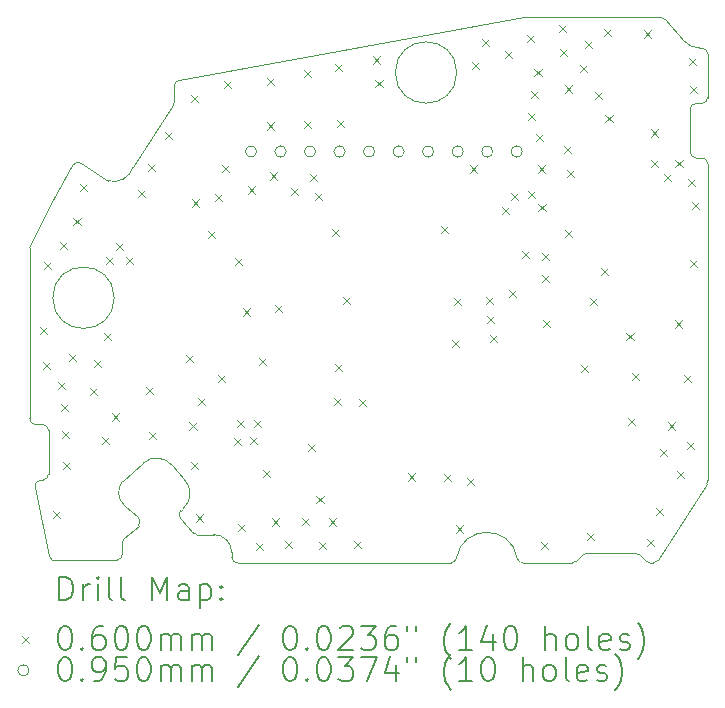
<source format=gbr>
%FSLAX45Y45*%
G04 Gerber Fmt 4.5, Leading zero omitted, Abs format (unit mm)*
G04 Created by KiCad (PCBNEW (6.0.6)) date 2023-05-08 04:55:53*
%MOMM*%
%LPD*%
G01*
G04 APERTURE LIST*
%TA.AperFunction,Profile*%
%ADD10C,0.100000*%
%TD*%
%ADD11C,0.200000*%
%ADD12C,0.060000*%
%ADD13C,0.095000*%
G04 APERTURE END LIST*
D10*
X13070861Y-11517400D02*
X13048261Y-11537100D01*
X12734378Y-11130580D02*
X12560778Y-11281480D01*
X17025691Y-11976646D02*
X17050191Y-11976646D01*
X17153052Y-7375216D02*
X17313769Y-7558766D01*
X17092250Y-11953684D02*
X17503952Y-11306499D01*
X13150313Y-11719923D02*
G75*
G03*
X13188317Y-11737082I37917J33313D01*
G01*
X12486759Y-9732164D02*
G75*
G03*
X12486759Y-9732164I-260000J0D01*
G01*
X11935249Y-11916420D02*
G75*
G03*
X11958759Y-11948963I49091J10701D01*
G01*
X15950870Y-11976646D02*
X16364270Y-11976646D01*
X16939636Y-11911301D02*
X16990336Y-11962001D01*
X13070856Y-11517394D02*
G75*
G03*
X13079196Y-11268221I-111396J128454D01*
G01*
X12135224Y-8612044D02*
G75*
G03*
X11771050Y-9310321I7814486J-4519616D01*
G01*
X12995467Y-8071761D02*
X12995467Y-7940761D01*
X13048258Y-11537097D02*
G75*
G03*
X13052916Y-11607921I37742J-33083D01*
G01*
X13480918Y-11887082D02*
G75*
G03*
X13330917Y-11737082I-149998J2D01*
G01*
X17462052Y-8087222D02*
G75*
G03*
X17512052Y-8037216I-2J50002D01*
G01*
X11881052Y-11275222D02*
G75*
G03*
X11931052Y-11225216I-2J50002D01*
G01*
X17153054Y-7375214D02*
G75*
G03*
X17115300Y-7358000I-37764J-32816D01*
G01*
X15954000Y-7358000D02*
X17115300Y-7358000D01*
X17512052Y-7667216D02*
X17512052Y-8037216D01*
X16485681Y-11896657D02*
X16904281Y-11896657D01*
X12207459Y-8592685D02*
G75*
G03*
X12135224Y-8612044I-27599J-41465D01*
G01*
X12987254Y-8099221D02*
G75*
G03*
X12995467Y-8071761I-41805J27461D01*
G01*
X12556759Y-11803463D02*
X12556759Y-11902163D01*
X13188317Y-11737082D02*
X13330917Y-11737082D01*
X17512054Y-7667216D02*
G75*
G03*
X17462052Y-7617216I-50004J-4D01*
G01*
X11865052Y-11275216D02*
X11881052Y-11275216D01*
X17412052Y-8547216D02*
X17462052Y-8547216D01*
X17050191Y-11976641D02*
G75*
G03*
X17092250Y-11953684I19J49971D01*
G01*
X17503953Y-11306500D02*
G75*
G03*
X17512052Y-11279216I-41863J27270D01*
G01*
X13150316Y-11719921D02*
X13052916Y-11607921D01*
X13480917Y-11927082D02*
X13480917Y-11887082D01*
X15386759Y-7825163D02*
G75*
G03*
X15386759Y-7825163I-260000J0D01*
G01*
X15898654Y-11937126D02*
G75*
G03*
X15384309Y-11935472I-257309J-41517D01*
G01*
X12560775Y-11281476D02*
G75*
G03*
X12575316Y-11492851I113145J-98404D01*
G01*
X13530917Y-11977082D02*
X15335017Y-11977082D01*
X13480918Y-11927082D02*
G75*
G03*
X13530917Y-11977082I50002J2D01*
G01*
X17512052Y-8597216D02*
X17512052Y-11279216D01*
X17462052Y-8087216D02*
X17412052Y-8087216D01*
X12573540Y-11766093D02*
G75*
G03*
X12556759Y-11803463I33190J-37357D01*
G01*
X12987252Y-8099219D02*
X12645252Y-8625820D01*
X11881052Y-10805216D02*
X11821050Y-10805021D01*
X13036900Y-7891500D02*
X15954000Y-7358000D01*
X12573541Y-11766093D02*
X12693241Y-11661993D01*
X16399625Y-11962001D02*
X16450325Y-11911301D01*
X16990336Y-11962001D02*
G75*
G03*
X17025691Y-11976646I35354J35351D01*
G01*
X12506759Y-11952159D02*
G75*
G03*
X12556759Y-11902163I1J49999D01*
G01*
X16939636Y-11911301D02*
G75*
G03*
X16904281Y-11896657I-35356J-35359D01*
G01*
X12974196Y-11147521D02*
X13079196Y-11268221D01*
X17362054Y-8497216D02*
G75*
G03*
X17412052Y-8547216I49996J-4D01*
G01*
X11958759Y-11948963D02*
X12070259Y-11952163D01*
X12575316Y-11492851D02*
X12688516Y-11591251D01*
X17442252Y-7617216D02*
X17462052Y-7617216D01*
X11931052Y-10855216D02*
X11931052Y-11225216D01*
X12693236Y-11661989D02*
G75*
G03*
X12688516Y-11591251I-37726J33009D01*
G01*
X17412052Y-8087222D02*
G75*
G03*
X17362052Y-8137216I-2J-49998D01*
G01*
X15335017Y-11977081D02*
G75*
G03*
X15384309Y-11935472I-18J50021D01*
G01*
X15898659Y-11937125D02*
G75*
G03*
X15950870Y-11976646I49121J10645D01*
G01*
X11931054Y-10855216D02*
G75*
G03*
X11881052Y-10805216I-50004J-4D01*
G01*
X12070259Y-11952163D02*
X12506759Y-11952163D01*
X16364270Y-11976647D02*
G75*
G03*
X16399625Y-11962001I0J49997D01*
G01*
X11865052Y-11275213D02*
G75*
G03*
X11816146Y-11335621I8J-50007D01*
G01*
X11771050Y-9310321D02*
X11771050Y-10755021D01*
X17362052Y-8137216D02*
X17362052Y-8497216D01*
X17313768Y-7558766D02*
G75*
G03*
X17442252Y-7617216I128222J111416D01*
G01*
X16485681Y-11896658D02*
G75*
G03*
X16450325Y-11911301I-1J-50002D01*
G01*
X12436456Y-8741390D02*
X12207456Y-8592690D01*
X12974200Y-11147518D02*
G75*
G03*
X12734378Y-11130580I-128380J-111442D01*
G01*
X17512054Y-8597216D02*
G75*
G03*
X17462052Y-8547216I-50004J-4D01*
G01*
X11771049Y-10755021D02*
G75*
G03*
X11821050Y-10805021I50001J1D01*
G01*
X13036901Y-7891508D02*
G75*
G03*
X12995467Y-7940761I8579J-49272D01*
G01*
X12436455Y-8741391D02*
G75*
G03*
X12645252Y-8625820I46615J162181D01*
G01*
X11816146Y-11335621D02*
X11935246Y-11916421D01*
D11*
D12*
X11858000Y-9976000D02*
X11918000Y-10036000D01*
X11918000Y-9976000D02*
X11858000Y-10036000D01*
X11882000Y-10276000D02*
X11942000Y-10336000D01*
X11942000Y-10276000D02*
X11882000Y-10336000D01*
X11890000Y-9429000D02*
X11950000Y-9489000D01*
X11950000Y-9429000D02*
X11890000Y-9489000D01*
X11969000Y-11537000D02*
X12029000Y-11597000D01*
X12029000Y-11537000D02*
X11969000Y-11597000D01*
X12012000Y-10446000D02*
X12072000Y-10506000D01*
X12072000Y-10446000D02*
X12012000Y-10506000D01*
X12027000Y-9259000D02*
X12087000Y-9319000D01*
X12087000Y-9259000D02*
X12027000Y-9319000D01*
X12038000Y-10632000D02*
X12098000Y-10692000D01*
X12098000Y-10632000D02*
X12038000Y-10692000D01*
X12041000Y-10863000D02*
X12101000Y-10923000D01*
X12101000Y-10863000D02*
X12041000Y-10923000D01*
X12054000Y-11126000D02*
X12114000Y-11186000D01*
X12114000Y-11126000D02*
X12054000Y-11186000D01*
X12105000Y-10210000D02*
X12165000Y-10270000D01*
X12165000Y-10210000D02*
X12105000Y-10270000D01*
X12142000Y-9057000D02*
X12202000Y-9117000D01*
X12202000Y-9057000D02*
X12142000Y-9117000D01*
X12200000Y-8771000D02*
X12260000Y-8831000D01*
X12260000Y-8771000D02*
X12200000Y-8831000D01*
X12282000Y-10494000D02*
X12342000Y-10554000D01*
X12342000Y-10494000D02*
X12282000Y-10554000D01*
X12312000Y-10260000D02*
X12372000Y-10320000D01*
X12372000Y-10260000D02*
X12312000Y-10320000D01*
X12381000Y-10911000D02*
X12441000Y-10971000D01*
X12441000Y-10911000D02*
X12381000Y-10971000D01*
X12397000Y-10032000D02*
X12457000Y-10092000D01*
X12457000Y-10032000D02*
X12397000Y-10092000D01*
X12419000Y-9388000D02*
X12479000Y-9448000D01*
X12479000Y-9388000D02*
X12419000Y-9448000D01*
X12467000Y-10712000D02*
X12527000Y-10772000D01*
X12527000Y-10712000D02*
X12467000Y-10772000D01*
X12498000Y-9269000D02*
X12558000Y-9329000D01*
X12558000Y-9269000D02*
X12498000Y-9329000D01*
X12583000Y-9388000D02*
X12643000Y-9448000D01*
X12643000Y-9388000D02*
X12583000Y-9448000D01*
X12691000Y-8817000D02*
X12751000Y-8877000D01*
X12751000Y-8817000D02*
X12691000Y-8877000D01*
X12754000Y-10489000D02*
X12814000Y-10549000D01*
X12814000Y-10489000D02*
X12754000Y-10549000D01*
X12771000Y-8597000D02*
X12831000Y-8657000D01*
X12831000Y-8597000D02*
X12771000Y-8657000D01*
X12779000Y-10871000D02*
X12839000Y-10931000D01*
X12839000Y-10871000D02*
X12779000Y-10931000D01*
X12919000Y-8326000D02*
X12979000Y-8386000D01*
X12979000Y-8326000D02*
X12919000Y-8386000D01*
X13091000Y-10216000D02*
X13151000Y-10276000D01*
X13151000Y-10216000D02*
X13091000Y-10276000D01*
X13124000Y-10788000D02*
X13184000Y-10848000D01*
X13184000Y-10788000D02*
X13124000Y-10848000D01*
X13139000Y-11119000D02*
X13199000Y-11179000D01*
X13199000Y-11119000D02*
X13139000Y-11179000D01*
X13140000Y-8015000D02*
X13200000Y-8075000D01*
X13200000Y-8015000D02*
X13140000Y-8075000D01*
X13143000Y-8900000D02*
X13203000Y-8960000D01*
X13203000Y-8900000D02*
X13143000Y-8960000D01*
X13181000Y-11567000D02*
X13241000Y-11627000D01*
X13241000Y-11567000D02*
X13181000Y-11627000D01*
X13193000Y-10578000D02*
X13253000Y-10638000D01*
X13253000Y-10578000D02*
X13193000Y-10638000D01*
X13278000Y-9169000D02*
X13338000Y-9229000D01*
X13338000Y-9169000D02*
X13278000Y-9229000D01*
X13338000Y-8856000D02*
X13398000Y-8916000D01*
X13398000Y-8856000D02*
X13338000Y-8916000D01*
X13366000Y-10388000D02*
X13426000Y-10448000D01*
X13426000Y-10388000D02*
X13366000Y-10448000D01*
X13396000Y-8604000D02*
X13456000Y-8664000D01*
X13456000Y-8604000D02*
X13396000Y-8664000D01*
X13416000Y-7900000D02*
X13476000Y-7960000D01*
X13476000Y-7900000D02*
X13416000Y-7960000D01*
X13497000Y-10919000D02*
X13557000Y-10979000D01*
X13557000Y-10919000D02*
X13497000Y-10979000D01*
X13507000Y-9396000D02*
X13567000Y-9456000D01*
X13567000Y-9396000D02*
X13507000Y-9456000D01*
X13525000Y-10766000D02*
X13585000Y-10826000D01*
X13585000Y-10766000D02*
X13525000Y-10826000D01*
X13533000Y-11646000D02*
X13593000Y-11706000D01*
X13593000Y-11646000D02*
X13533000Y-11706000D01*
X13573150Y-9822694D02*
X13633150Y-9882694D01*
X13633150Y-9822694D02*
X13573150Y-9882694D01*
X13617000Y-8790000D02*
X13677000Y-8850000D01*
X13677000Y-8790000D02*
X13617000Y-8850000D01*
X13639000Y-10911000D02*
X13699000Y-10971000D01*
X13699000Y-10911000D02*
X13639000Y-10971000D01*
X13671000Y-10767000D02*
X13731000Y-10827000D01*
X13731000Y-10767000D02*
X13671000Y-10827000D01*
X13689000Y-11810000D02*
X13749000Y-11870000D01*
X13749000Y-11810000D02*
X13689000Y-11870000D01*
X13714000Y-10242000D02*
X13774000Y-10302000D01*
X13774000Y-10242000D02*
X13714000Y-10302000D01*
X13745000Y-11190000D02*
X13805000Y-11250000D01*
X13805000Y-11190000D02*
X13745000Y-11250000D01*
X13777000Y-8248000D02*
X13837000Y-8308000D01*
X13837000Y-8248000D02*
X13777000Y-8308000D01*
X13779000Y-7872000D02*
X13839000Y-7932000D01*
X13839000Y-7872000D02*
X13779000Y-7932000D01*
X13808000Y-8671000D02*
X13868000Y-8731000D01*
X13868000Y-8671000D02*
X13808000Y-8731000D01*
X13825000Y-11601000D02*
X13885000Y-11661000D01*
X13885000Y-11601000D02*
X13825000Y-11661000D01*
X13845950Y-9795555D02*
X13905950Y-9855555D01*
X13905950Y-9795555D02*
X13845950Y-9855555D01*
X13936000Y-11794000D02*
X13996000Y-11854000D01*
X13996000Y-11794000D02*
X13936000Y-11854000D01*
X13981000Y-8805000D02*
X14041000Y-8865000D01*
X14041000Y-8805000D02*
X13981000Y-8865000D01*
X14077000Y-11598000D02*
X14137000Y-11658000D01*
X14137000Y-11598000D02*
X14077000Y-11658000D01*
X14093000Y-8238000D02*
X14153000Y-8298000D01*
X14153000Y-8238000D02*
X14093000Y-8298000D01*
X14097000Y-7804000D02*
X14157000Y-7864000D01*
X14157000Y-7804000D02*
X14097000Y-7864000D01*
X14131000Y-10972000D02*
X14191000Y-11032000D01*
X14191000Y-10972000D02*
X14131000Y-11032000D01*
X14144000Y-8682000D02*
X14204000Y-8742000D01*
X14204000Y-8682000D02*
X14144000Y-8742000D01*
X14188000Y-8841000D02*
X14248000Y-8901000D01*
X14248000Y-8841000D02*
X14188000Y-8901000D01*
X14199000Y-11412000D02*
X14259000Y-11472000D01*
X14259000Y-11412000D02*
X14199000Y-11472000D01*
X14220000Y-11797000D02*
X14280000Y-11857000D01*
X14280000Y-11797000D02*
X14220000Y-11857000D01*
X14308000Y-11601000D02*
X14368000Y-11661000D01*
X14368000Y-11601000D02*
X14308000Y-11661000D01*
X14328000Y-9151000D02*
X14388000Y-9211000D01*
X14388000Y-9151000D02*
X14328000Y-9211000D01*
X14344000Y-10584000D02*
X14404000Y-10644000D01*
X14404000Y-10584000D02*
X14344000Y-10644000D01*
X14356000Y-10293000D02*
X14416000Y-10353000D01*
X14416000Y-10293000D02*
X14356000Y-10353000D01*
X14357000Y-7751000D02*
X14417000Y-7811000D01*
X14417000Y-7751000D02*
X14357000Y-7811000D01*
X14374000Y-8227000D02*
X14434000Y-8287000D01*
X14434000Y-8227000D02*
X14374000Y-8287000D01*
X14424000Y-9727000D02*
X14484000Y-9787000D01*
X14484000Y-9727000D02*
X14424000Y-9787000D01*
X14520000Y-11794000D02*
X14580000Y-11854000D01*
X14580000Y-11794000D02*
X14520000Y-11854000D01*
X14563000Y-10591000D02*
X14623000Y-10651000D01*
X14623000Y-10591000D02*
X14563000Y-10651000D01*
X14675000Y-7689000D02*
X14735000Y-7749000D01*
X14735000Y-7689000D02*
X14675000Y-7749000D01*
X14699000Y-7888000D02*
X14759000Y-7948000D01*
X14759000Y-7888000D02*
X14699000Y-7948000D01*
X14973000Y-11220000D02*
X15033000Y-11280000D01*
X15033000Y-11220000D02*
X14973000Y-11280000D01*
X15253000Y-9125000D02*
X15313000Y-9185000D01*
X15313000Y-9125000D02*
X15253000Y-9185000D01*
X15277000Y-11226000D02*
X15337000Y-11286000D01*
X15337000Y-11226000D02*
X15277000Y-11286000D01*
X15345000Y-10089000D02*
X15405000Y-10149000D01*
X15405000Y-10089000D02*
X15345000Y-10149000D01*
X15360000Y-9737000D02*
X15420000Y-9797000D01*
X15420000Y-9737000D02*
X15360000Y-9797000D01*
X15381000Y-11660000D02*
X15441000Y-11720000D01*
X15441000Y-11660000D02*
X15381000Y-11720000D01*
X15477000Y-11259000D02*
X15537000Y-11319000D01*
X15537000Y-11259000D02*
X15477000Y-11319000D01*
X15499000Y-8612000D02*
X15559000Y-8672000D01*
X15559000Y-8612000D02*
X15499000Y-8672000D01*
X15515000Y-7736000D02*
X15575000Y-7796000D01*
X15575000Y-7736000D02*
X15515000Y-7796000D01*
X15599000Y-7544000D02*
X15659000Y-7604000D01*
X15659000Y-7544000D02*
X15599000Y-7604000D01*
X15632000Y-9726000D02*
X15692000Y-9786000D01*
X15692000Y-9726000D02*
X15632000Y-9786000D01*
X15641000Y-9890000D02*
X15701000Y-9950000D01*
X15701000Y-9890000D02*
X15641000Y-9950000D01*
X15666000Y-10046000D02*
X15726000Y-10106000D01*
X15726000Y-10046000D02*
X15666000Y-10106000D01*
X15769896Y-8965994D02*
X15829896Y-9025994D01*
X15829896Y-8965994D02*
X15769896Y-9025994D01*
X15794000Y-7640000D02*
X15854000Y-7700000D01*
X15854000Y-7640000D02*
X15794000Y-7700000D01*
X15832000Y-9663000D02*
X15892000Y-9723000D01*
X15892000Y-9663000D02*
X15832000Y-9723000D01*
X15844271Y-8846699D02*
X15904271Y-8906699D01*
X15904271Y-8846699D02*
X15844271Y-8906699D01*
X15941000Y-9335000D02*
X16001000Y-9395000D01*
X16001000Y-9335000D02*
X15941000Y-9395000D01*
X15985000Y-7509000D02*
X16045000Y-7569000D01*
X16045000Y-7509000D02*
X15985000Y-7569000D01*
X15987037Y-8829398D02*
X16047037Y-8889398D01*
X16047037Y-8829398D02*
X15987037Y-8889398D01*
X15989000Y-8168000D02*
X16049000Y-8228000D01*
X16049000Y-8168000D02*
X15989000Y-8228000D01*
X16014000Y-7983000D02*
X16074000Y-8043000D01*
X16074000Y-7983000D02*
X16014000Y-8043000D01*
X16045000Y-7795000D02*
X16105000Y-7855000D01*
X16105000Y-7795000D02*
X16045000Y-7855000D01*
X16057000Y-8343000D02*
X16117000Y-8403000D01*
X16117000Y-8343000D02*
X16057000Y-8403000D01*
X16078000Y-8612000D02*
X16138000Y-8672000D01*
X16138000Y-8612000D02*
X16078000Y-8672000D01*
X16079265Y-8934659D02*
X16139265Y-8994659D01*
X16139265Y-8934659D02*
X16079265Y-8994659D01*
X16102000Y-11796000D02*
X16162000Y-11856000D01*
X16162000Y-11796000D02*
X16102000Y-11856000D01*
X16106000Y-9356000D02*
X16166000Y-9416000D01*
X16166000Y-9356000D02*
X16106000Y-9416000D01*
X16109000Y-9536000D02*
X16169000Y-9596000D01*
X16169000Y-9536000D02*
X16109000Y-9596000D01*
X16117000Y-9921000D02*
X16177000Y-9981000D01*
X16177000Y-9921000D02*
X16117000Y-9981000D01*
X16256000Y-7421000D02*
X16316000Y-7481000D01*
X16316000Y-7421000D02*
X16256000Y-7481000D01*
X16264000Y-7624000D02*
X16324000Y-7684000D01*
X16324000Y-7624000D02*
X16264000Y-7684000D01*
X16294000Y-8445000D02*
X16354000Y-8505000D01*
X16354000Y-8445000D02*
X16294000Y-8505000D01*
X16302000Y-9158000D02*
X16362000Y-9218000D01*
X16362000Y-9158000D02*
X16302000Y-9218000D01*
X16304000Y-7935000D02*
X16364000Y-7995000D01*
X16364000Y-7935000D02*
X16304000Y-7995000D01*
X16323000Y-8648000D02*
X16383000Y-8708000D01*
X16383000Y-8648000D02*
X16323000Y-8708000D01*
X16431000Y-7760000D02*
X16491000Y-7820000D01*
X16491000Y-7760000D02*
X16431000Y-7820000D01*
X16442000Y-10301000D02*
X16502000Y-10361000D01*
X16502000Y-10301000D02*
X16442000Y-10361000D01*
X16475000Y-7556000D02*
X16535000Y-7616000D01*
X16535000Y-7556000D02*
X16475000Y-7616000D01*
X16490000Y-11723000D02*
X16550000Y-11783000D01*
X16550000Y-11723000D02*
X16490000Y-11783000D01*
X16518526Y-9736168D02*
X16578526Y-9796168D01*
X16578526Y-9736168D02*
X16518526Y-9796168D01*
X16559000Y-7991000D02*
X16619000Y-8051000D01*
X16619000Y-7991000D02*
X16559000Y-8051000D01*
X16609000Y-9479000D02*
X16669000Y-9539000D01*
X16669000Y-9479000D02*
X16609000Y-9539000D01*
X16631000Y-7457000D02*
X16691000Y-7517000D01*
X16691000Y-7457000D02*
X16631000Y-7517000D01*
X16646000Y-8187000D02*
X16706000Y-8247000D01*
X16706000Y-8187000D02*
X16646000Y-8247000D01*
X16824000Y-10034000D02*
X16884000Y-10094000D01*
X16884000Y-10034000D02*
X16824000Y-10094000D01*
X16835000Y-10748000D02*
X16895000Y-10808000D01*
X16895000Y-10748000D02*
X16835000Y-10808000D01*
X16872000Y-10366000D02*
X16932000Y-10426000D01*
X16932000Y-10366000D02*
X16872000Y-10426000D01*
X16969000Y-7469000D02*
X17029000Y-7529000D01*
X17029000Y-7469000D02*
X16969000Y-7529000D01*
X16994000Y-11771000D02*
X17054000Y-11831000D01*
X17054000Y-11771000D02*
X16994000Y-11831000D01*
X17030000Y-8568000D02*
X17090000Y-8628000D01*
X17090000Y-8568000D02*
X17030000Y-8628000D01*
X17035000Y-8307000D02*
X17095000Y-8367000D01*
X17095000Y-8307000D02*
X17035000Y-8367000D01*
X17071000Y-11509000D02*
X17131000Y-11569000D01*
X17131000Y-11509000D02*
X17071000Y-11569000D01*
X17106000Y-11011000D02*
X17166000Y-11071000D01*
X17166000Y-11011000D02*
X17106000Y-11071000D01*
X17138000Y-8683000D02*
X17198000Y-8743000D01*
X17198000Y-8683000D02*
X17138000Y-8743000D01*
X17178000Y-10788000D02*
X17238000Y-10848000D01*
X17238000Y-10788000D02*
X17178000Y-10848000D01*
X17231000Y-9924000D02*
X17291000Y-9984000D01*
X17291000Y-9924000D02*
X17231000Y-9984000D01*
X17239000Y-8565000D02*
X17299000Y-8625000D01*
X17299000Y-8565000D02*
X17239000Y-8625000D01*
X17255000Y-11197000D02*
X17315000Y-11257000D01*
X17315000Y-11197000D02*
X17255000Y-11257000D01*
X17310000Y-10382000D02*
X17370000Y-10442000D01*
X17370000Y-10382000D02*
X17310000Y-10442000D01*
X17335000Y-10955000D02*
X17395000Y-11015000D01*
X17395000Y-10955000D02*
X17335000Y-11015000D01*
X17345000Y-8723000D02*
X17405000Y-8783000D01*
X17405000Y-8723000D02*
X17345000Y-8783000D01*
X17355000Y-7700000D02*
X17415000Y-7760000D01*
X17415000Y-7700000D02*
X17355000Y-7760000D01*
X17362000Y-9414000D02*
X17422000Y-9474000D01*
X17422000Y-9414000D02*
X17362000Y-9474000D01*
X17363000Y-7939000D02*
X17423000Y-7999000D01*
X17423000Y-7939000D02*
X17363000Y-7999000D01*
X17379000Y-8922000D02*
X17439000Y-8982000D01*
X17439000Y-8922000D02*
X17379000Y-8982000D01*
D13*
X13692600Y-8494000D02*
G75*
G03*
X13692600Y-8494000I-47500J0D01*
G01*
X13942600Y-8494000D02*
G75*
G03*
X13942600Y-8494000I-47500J0D01*
G01*
X14192600Y-8494000D02*
G75*
G03*
X14192600Y-8494000I-47500J0D01*
G01*
X14442600Y-8494000D02*
G75*
G03*
X14442600Y-8494000I-47500J0D01*
G01*
X14692600Y-8494000D02*
G75*
G03*
X14692600Y-8494000I-47500J0D01*
G01*
X14942600Y-8494000D02*
G75*
G03*
X14942600Y-8494000I-47500J0D01*
G01*
X15192600Y-8494000D02*
G75*
G03*
X15192600Y-8494000I-47500J0D01*
G01*
X15442600Y-8494000D02*
G75*
G03*
X15442600Y-8494000I-47500J0D01*
G01*
X15692600Y-8494000D02*
G75*
G03*
X15692600Y-8494000I-47500J0D01*
G01*
X15942600Y-8494000D02*
G75*
G03*
X15942600Y-8494000I-47500J0D01*
G01*
D11*
X12023669Y-12292558D02*
X12023669Y-12092558D01*
X12071288Y-12092558D01*
X12099859Y-12102082D01*
X12118907Y-12121130D01*
X12128430Y-12140177D01*
X12137954Y-12178272D01*
X12137954Y-12206844D01*
X12128430Y-12244939D01*
X12118907Y-12263987D01*
X12099859Y-12283034D01*
X12071288Y-12292558D01*
X12023669Y-12292558D01*
X12223669Y-12292558D02*
X12223669Y-12159225D01*
X12223669Y-12197320D02*
X12233192Y-12178272D01*
X12242716Y-12168749D01*
X12261764Y-12159225D01*
X12280811Y-12159225D01*
X12347478Y-12292558D02*
X12347478Y-12159225D01*
X12347478Y-12092558D02*
X12337954Y-12102082D01*
X12347478Y-12111606D01*
X12357002Y-12102082D01*
X12347478Y-12092558D01*
X12347478Y-12111606D01*
X12471288Y-12292558D02*
X12452240Y-12283034D01*
X12442716Y-12263987D01*
X12442716Y-12092558D01*
X12576050Y-12292558D02*
X12557002Y-12283034D01*
X12547478Y-12263987D01*
X12547478Y-12092558D01*
X12804621Y-12292558D02*
X12804621Y-12092558D01*
X12871288Y-12235415D01*
X12937954Y-12092558D01*
X12937954Y-12292558D01*
X13118907Y-12292558D02*
X13118907Y-12187796D01*
X13109383Y-12168749D01*
X13090335Y-12159225D01*
X13052240Y-12159225D01*
X13033192Y-12168749D01*
X13118907Y-12283034D02*
X13099859Y-12292558D01*
X13052240Y-12292558D01*
X13033192Y-12283034D01*
X13023669Y-12263987D01*
X13023669Y-12244939D01*
X13033192Y-12225892D01*
X13052240Y-12216368D01*
X13099859Y-12216368D01*
X13118907Y-12206844D01*
X13214145Y-12159225D02*
X13214145Y-12359225D01*
X13214145Y-12168749D02*
X13233192Y-12159225D01*
X13271288Y-12159225D01*
X13290335Y-12168749D01*
X13299859Y-12178272D01*
X13309383Y-12197320D01*
X13309383Y-12254463D01*
X13299859Y-12273511D01*
X13290335Y-12283034D01*
X13271288Y-12292558D01*
X13233192Y-12292558D01*
X13214145Y-12283034D01*
X13395097Y-12273511D02*
X13404621Y-12283034D01*
X13395097Y-12292558D01*
X13385573Y-12283034D01*
X13395097Y-12273511D01*
X13395097Y-12292558D01*
X13395097Y-12168749D02*
X13404621Y-12178272D01*
X13395097Y-12187796D01*
X13385573Y-12178272D01*
X13395097Y-12168749D01*
X13395097Y-12187796D01*
D12*
X11706050Y-12592082D02*
X11766050Y-12652082D01*
X11766050Y-12592082D02*
X11706050Y-12652082D01*
D11*
X12061764Y-12512558D02*
X12080811Y-12512558D01*
X12099859Y-12522082D01*
X12109383Y-12531606D01*
X12118907Y-12550653D01*
X12128430Y-12588749D01*
X12128430Y-12636368D01*
X12118907Y-12674463D01*
X12109383Y-12693511D01*
X12099859Y-12703034D01*
X12080811Y-12712558D01*
X12061764Y-12712558D01*
X12042716Y-12703034D01*
X12033192Y-12693511D01*
X12023669Y-12674463D01*
X12014145Y-12636368D01*
X12014145Y-12588749D01*
X12023669Y-12550653D01*
X12033192Y-12531606D01*
X12042716Y-12522082D01*
X12061764Y-12512558D01*
X12214145Y-12693511D02*
X12223669Y-12703034D01*
X12214145Y-12712558D01*
X12204621Y-12703034D01*
X12214145Y-12693511D01*
X12214145Y-12712558D01*
X12395097Y-12512558D02*
X12357002Y-12512558D01*
X12337954Y-12522082D01*
X12328430Y-12531606D01*
X12309383Y-12560177D01*
X12299859Y-12598272D01*
X12299859Y-12674463D01*
X12309383Y-12693511D01*
X12318907Y-12703034D01*
X12337954Y-12712558D01*
X12376050Y-12712558D01*
X12395097Y-12703034D01*
X12404621Y-12693511D01*
X12414145Y-12674463D01*
X12414145Y-12626844D01*
X12404621Y-12607796D01*
X12395097Y-12598272D01*
X12376050Y-12588749D01*
X12337954Y-12588749D01*
X12318907Y-12598272D01*
X12309383Y-12607796D01*
X12299859Y-12626844D01*
X12537954Y-12512558D02*
X12557002Y-12512558D01*
X12576050Y-12522082D01*
X12585573Y-12531606D01*
X12595097Y-12550653D01*
X12604621Y-12588749D01*
X12604621Y-12636368D01*
X12595097Y-12674463D01*
X12585573Y-12693511D01*
X12576050Y-12703034D01*
X12557002Y-12712558D01*
X12537954Y-12712558D01*
X12518907Y-12703034D01*
X12509383Y-12693511D01*
X12499859Y-12674463D01*
X12490335Y-12636368D01*
X12490335Y-12588749D01*
X12499859Y-12550653D01*
X12509383Y-12531606D01*
X12518907Y-12522082D01*
X12537954Y-12512558D01*
X12728430Y-12512558D02*
X12747478Y-12512558D01*
X12766526Y-12522082D01*
X12776050Y-12531606D01*
X12785573Y-12550653D01*
X12795097Y-12588749D01*
X12795097Y-12636368D01*
X12785573Y-12674463D01*
X12776050Y-12693511D01*
X12766526Y-12703034D01*
X12747478Y-12712558D01*
X12728430Y-12712558D01*
X12709383Y-12703034D01*
X12699859Y-12693511D01*
X12690335Y-12674463D01*
X12680811Y-12636368D01*
X12680811Y-12588749D01*
X12690335Y-12550653D01*
X12699859Y-12531606D01*
X12709383Y-12522082D01*
X12728430Y-12512558D01*
X12880811Y-12712558D02*
X12880811Y-12579225D01*
X12880811Y-12598272D02*
X12890335Y-12588749D01*
X12909383Y-12579225D01*
X12937954Y-12579225D01*
X12957002Y-12588749D01*
X12966526Y-12607796D01*
X12966526Y-12712558D01*
X12966526Y-12607796D02*
X12976050Y-12588749D01*
X12995097Y-12579225D01*
X13023669Y-12579225D01*
X13042716Y-12588749D01*
X13052240Y-12607796D01*
X13052240Y-12712558D01*
X13147478Y-12712558D02*
X13147478Y-12579225D01*
X13147478Y-12598272D02*
X13157002Y-12588749D01*
X13176050Y-12579225D01*
X13204621Y-12579225D01*
X13223669Y-12588749D01*
X13233192Y-12607796D01*
X13233192Y-12712558D01*
X13233192Y-12607796D02*
X13242716Y-12588749D01*
X13261764Y-12579225D01*
X13290335Y-12579225D01*
X13309383Y-12588749D01*
X13318907Y-12607796D01*
X13318907Y-12712558D01*
X13709383Y-12503034D02*
X13537954Y-12760177D01*
X13966526Y-12512558D02*
X13985573Y-12512558D01*
X14004621Y-12522082D01*
X14014145Y-12531606D01*
X14023669Y-12550653D01*
X14033192Y-12588749D01*
X14033192Y-12636368D01*
X14023669Y-12674463D01*
X14014145Y-12693511D01*
X14004621Y-12703034D01*
X13985573Y-12712558D01*
X13966526Y-12712558D01*
X13947478Y-12703034D01*
X13937954Y-12693511D01*
X13928430Y-12674463D01*
X13918907Y-12636368D01*
X13918907Y-12588749D01*
X13928430Y-12550653D01*
X13937954Y-12531606D01*
X13947478Y-12522082D01*
X13966526Y-12512558D01*
X14118907Y-12693511D02*
X14128430Y-12703034D01*
X14118907Y-12712558D01*
X14109383Y-12703034D01*
X14118907Y-12693511D01*
X14118907Y-12712558D01*
X14252240Y-12512558D02*
X14271288Y-12512558D01*
X14290335Y-12522082D01*
X14299859Y-12531606D01*
X14309383Y-12550653D01*
X14318907Y-12588749D01*
X14318907Y-12636368D01*
X14309383Y-12674463D01*
X14299859Y-12693511D01*
X14290335Y-12703034D01*
X14271288Y-12712558D01*
X14252240Y-12712558D01*
X14233192Y-12703034D01*
X14223669Y-12693511D01*
X14214145Y-12674463D01*
X14204621Y-12636368D01*
X14204621Y-12588749D01*
X14214145Y-12550653D01*
X14223669Y-12531606D01*
X14233192Y-12522082D01*
X14252240Y-12512558D01*
X14395097Y-12531606D02*
X14404621Y-12522082D01*
X14423669Y-12512558D01*
X14471288Y-12512558D01*
X14490335Y-12522082D01*
X14499859Y-12531606D01*
X14509383Y-12550653D01*
X14509383Y-12569701D01*
X14499859Y-12598272D01*
X14385573Y-12712558D01*
X14509383Y-12712558D01*
X14576050Y-12512558D02*
X14699859Y-12512558D01*
X14633192Y-12588749D01*
X14661764Y-12588749D01*
X14680811Y-12598272D01*
X14690335Y-12607796D01*
X14699859Y-12626844D01*
X14699859Y-12674463D01*
X14690335Y-12693511D01*
X14680811Y-12703034D01*
X14661764Y-12712558D01*
X14604621Y-12712558D01*
X14585573Y-12703034D01*
X14576050Y-12693511D01*
X14871288Y-12512558D02*
X14833192Y-12512558D01*
X14814145Y-12522082D01*
X14804621Y-12531606D01*
X14785573Y-12560177D01*
X14776050Y-12598272D01*
X14776050Y-12674463D01*
X14785573Y-12693511D01*
X14795097Y-12703034D01*
X14814145Y-12712558D01*
X14852240Y-12712558D01*
X14871288Y-12703034D01*
X14880811Y-12693511D01*
X14890335Y-12674463D01*
X14890335Y-12626844D01*
X14880811Y-12607796D01*
X14871288Y-12598272D01*
X14852240Y-12588749D01*
X14814145Y-12588749D01*
X14795097Y-12598272D01*
X14785573Y-12607796D01*
X14776050Y-12626844D01*
X14966526Y-12512558D02*
X14966526Y-12550653D01*
X15042716Y-12512558D02*
X15042716Y-12550653D01*
X15337954Y-12788749D02*
X15328430Y-12779225D01*
X15309383Y-12750653D01*
X15299859Y-12731606D01*
X15290335Y-12703034D01*
X15280811Y-12655415D01*
X15280811Y-12617320D01*
X15290335Y-12569701D01*
X15299859Y-12541130D01*
X15309383Y-12522082D01*
X15328430Y-12493511D01*
X15337954Y-12483987D01*
X15518907Y-12712558D02*
X15404621Y-12712558D01*
X15461764Y-12712558D02*
X15461764Y-12512558D01*
X15442716Y-12541130D01*
X15423669Y-12560177D01*
X15404621Y-12569701D01*
X15690335Y-12579225D02*
X15690335Y-12712558D01*
X15642716Y-12503034D02*
X15595097Y-12645892D01*
X15718907Y-12645892D01*
X15833192Y-12512558D02*
X15852240Y-12512558D01*
X15871288Y-12522082D01*
X15880811Y-12531606D01*
X15890335Y-12550653D01*
X15899859Y-12588749D01*
X15899859Y-12636368D01*
X15890335Y-12674463D01*
X15880811Y-12693511D01*
X15871288Y-12703034D01*
X15852240Y-12712558D01*
X15833192Y-12712558D01*
X15814145Y-12703034D01*
X15804621Y-12693511D01*
X15795097Y-12674463D01*
X15785573Y-12636368D01*
X15785573Y-12588749D01*
X15795097Y-12550653D01*
X15804621Y-12531606D01*
X15814145Y-12522082D01*
X15833192Y-12512558D01*
X16137954Y-12712558D02*
X16137954Y-12512558D01*
X16223669Y-12712558D02*
X16223669Y-12607796D01*
X16214145Y-12588749D01*
X16195097Y-12579225D01*
X16166526Y-12579225D01*
X16147478Y-12588749D01*
X16137954Y-12598272D01*
X16347478Y-12712558D02*
X16328430Y-12703034D01*
X16318907Y-12693511D01*
X16309383Y-12674463D01*
X16309383Y-12617320D01*
X16318907Y-12598272D01*
X16328430Y-12588749D01*
X16347478Y-12579225D01*
X16376049Y-12579225D01*
X16395097Y-12588749D01*
X16404621Y-12598272D01*
X16414145Y-12617320D01*
X16414145Y-12674463D01*
X16404621Y-12693511D01*
X16395097Y-12703034D01*
X16376049Y-12712558D01*
X16347478Y-12712558D01*
X16528430Y-12712558D02*
X16509383Y-12703034D01*
X16499859Y-12683987D01*
X16499859Y-12512558D01*
X16680811Y-12703034D02*
X16661764Y-12712558D01*
X16623669Y-12712558D01*
X16604621Y-12703034D01*
X16595097Y-12683987D01*
X16595097Y-12607796D01*
X16604621Y-12588749D01*
X16623669Y-12579225D01*
X16661764Y-12579225D01*
X16680811Y-12588749D01*
X16690335Y-12607796D01*
X16690335Y-12626844D01*
X16595097Y-12645892D01*
X16766526Y-12703034D02*
X16785573Y-12712558D01*
X16823669Y-12712558D01*
X16842716Y-12703034D01*
X16852240Y-12683987D01*
X16852240Y-12674463D01*
X16842716Y-12655415D01*
X16823669Y-12645892D01*
X16795097Y-12645892D01*
X16776049Y-12636368D01*
X16766526Y-12617320D01*
X16766526Y-12607796D01*
X16776049Y-12588749D01*
X16795097Y-12579225D01*
X16823669Y-12579225D01*
X16842716Y-12588749D01*
X16918907Y-12788749D02*
X16928431Y-12779225D01*
X16947478Y-12750653D01*
X16957002Y-12731606D01*
X16966526Y-12703034D01*
X16976050Y-12655415D01*
X16976050Y-12617320D01*
X16966526Y-12569701D01*
X16957002Y-12541130D01*
X16947478Y-12522082D01*
X16928431Y-12493511D01*
X16918907Y-12483987D01*
D13*
X11766050Y-12886082D02*
G75*
G03*
X11766050Y-12886082I-47500J0D01*
G01*
D11*
X12061764Y-12776558D02*
X12080811Y-12776558D01*
X12099859Y-12786082D01*
X12109383Y-12795606D01*
X12118907Y-12814653D01*
X12128430Y-12852749D01*
X12128430Y-12900368D01*
X12118907Y-12938463D01*
X12109383Y-12957511D01*
X12099859Y-12967034D01*
X12080811Y-12976558D01*
X12061764Y-12976558D01*
X12042716Y-12967034D01*
X12033192Y-12957511D01*
X12023669Y-12938463D01*
X12014145Y-12900368D01*
X12014145Y-12852749D01*
X12023669Y-12814653D01*
X12033192Y-12795606D01*
X12042716Y-12786082D01*
X12061764Y-12776558D01*
X12214145Y-12957511D02*
X12223669Y-12967034D01*
X12214145Y-12976558D01*
X12204621Y-12967034D01*
X12214145Y-12957511D01*
X12214145Y-12976558D01*
X12318907Y-12976558D02*
X12357002Y-12976558D01*
X12376050Y-12967034D01*
X12385573Y-12957511D01*
X12404621Y-12928939D01*
X12414145Y-12890844D01*
X12414145Y-12814653D01*
X12404621Y-12795606D01*
X12395097Y-12786082D01*
X12376050Y-12776558D01*
X12337954Y-12776558D01*
X12318907Y-12786082D01*
X12309383Y-12795606D01*
X12299859Y-12814653D01*
X12299859Y-12862272D01*
X12309383Y-12881320D01*
X12318907Y-12890844D01*
X12337954Y-12900368D01*
X12376050Y-12900368D01*
X12395097Y-12890844D01*
X12404621Y-12881320D01*
X12414145Y-12862272D01*
X12595097Y-12776558D02*
X12499859Y-12776558D01*
X12490335Y-12871796D01*
X12499859Y-12862272D01*
X12518907Y-12852749D01*
X12566526Y-12852749D01*
X12585573Y-12862272D01*
X12595097Y-12871796D01*
X12604621Y-12890844D01*
X12604621Y-12938463D01*
X12595097Y-12957511D01*
X12585573Y-12967034D01*
X12566526Y-12976558D01*
X12518907Y-12976558D01*
X12499859Y-12967034D01*
X12490335Y-12957511D01*
X12728430Y-12776558D02*
X12747478Y-12776558D01*
X12766526Y-12786082D01*
X12776050Y-12795606D01*
X12785573Y-12814653D01*
X12795097Y-12852749D01*
X12795097Y-12900368D01*
X12785573Y-12938463D01*
X12776050Y-12957511D01*
X12766526Y-12967034D01*
X12747478Y-12976558D01*
X12728430Y-12976558D01*
X12709383Y-12967034D01*
X12699859Y-12957511D01*
X12690335Y-12938463D01*
X12680811Y-12900368D01*
X12680811Y-12852749D01*
X12690335Y-12814653D01*
X12699859Y-12795606D01*
X12709383Y-12786082D01*
X12728430Y-12776558D01*
X12880811Y-12976558D02*
X12880811Y-12843225D01*
X12880811Y-12862272D02*
X12890335Y-12852749D01*
X12909383Y-12843225D01*
X12937954Y-12843225D01*
X12957002Y-12852749D01*
X12966526Y-12871796D01*
X12966526Y-12976558D01*
X12966526Y-12871796D02*
X12976050Y-12852749D01*
X12995097Y-12843225D01*
X13023669Y-12843225D01*
X13042716Y-12852749D01*
X13052240Y-12871796D01*
X13052240Y-12976558D01*
X13147478Y-12976558D02*
X13147478Y-12843225D01*
X13147478Y-12862272D02*
X13157002Y-12852749D01*
X13176050Y-12843225D01*
X13204621Y-12843225D01*
X13223669Y-12852749D01*
X13233192Y-12871796D01*
X13233192Y-12976558D01*
X13233192Y-12871796D02*
X13242716Y-12852749D01*
X13261764Y-12843225D01*
X13290335Y-12843225D01*
X13309383Y-12852749D01*
X13318907Y-12871796D01*
X13318907Y-12976558D01*
X13709383Y-12767034D02*
X13537954Y-13024177D01*
X13966526Y-12776558D02*
X13985573Y-12776558D01*
X14004621Y-12786082D01*
X14014145Y-12795606D01*
X14023669Y-12814653D01*
X14033192Y-12852749D01*
X14033192Y-12900368D01*
X14023669Y-12938463D01*
X14014145Y-12957511D01*
X14004621Y-12967034D01*
X13985573Y-12976558D01*
X13966526Y-12976558D01*
X13947478Y-12967034D01*
X13937954Y-12957511D01*
X13928430Y-12938463D01*
X13918907Y-12900368D01*
X13918907Y-12852749D01*
X13928430Y-12814653D01*
X13937954Y-12795606D01*
X13947478Y-12786082D01*
X13966526Y-12776558D01*
X14118907Y-12957511D02*
X14128430Y-12967034D01*
X14118907Y-12976558D01*
X14109383Y-12967034D01*
X14118907Y-12957511D01*
X14118907Y-12976558D01*
X14252240Y-12776558D02*
X14271288Y-12776558D01*
X14290335Y-12786082D01*
X14299859Y-12795606D01*
X14309383Y-12814653D01*
X14318907Y-12852749D01*
X14318907Y-12900368D01*
X14309383Y-12938463D01*
X14299859Y-12957511D01*
X14290335Y-12967034D01*
X14271288Y-12976558D01*
X14252240Y-12976558D01*
X14233192Y-12967034D01*
X14223669Y-12957511D01*
X14214145Y-12938463D01*
X14204621Y-12900368D01*
X14204621Y-12852749D01*
X14214145Y-12814653D01*
X14223669Y-12795606D01*
X14233192Y-12786082D01*
X14252240Y-12776558D01*
X14385573Y-12776558D02*
X14509383Y-12776558D01*
X14442716Y-12852749D01*
X14471288Y-12852749D01*
X14490335Y-12862272D01*
X14499859Y-12871796D01*
X14509383Y-12890844D01*
X14509383Y-12938463D01*
X14499859Y-12957511D01*
X14490335Y-12967034D01*
X14471288Y-12976558D01*
X14414145Y-12976558D01*
X14395097Y-12967034D01*
X14385573Y-12957511D01*
X14576050Y-12776558D02*
X14709383Y-12776558D01*
X14623669Y-12976558D01*
X14871288Y-12843225D02*
X14871288Y-12976558D01*
X14823669Y-12767034D02*
X14776050Y-12909892D01*
X14899859Y-12909892D01*
X14966526Y-12776558D02*
X14966526Y-12814653D01*
X15042716Y-12776558D02*
X15042716Y-12814653D01*
X15337954Y-13052749D02*
X15328430Y-13043225D01*
X15309383Y-13014653D01*
X15299859Y-12995606D01*
X15290335Y-12967034D01*
X15280811Y-12919415D01*
X15280811Y-12881320D01*
X15290335Y-12833701D01*
X15299859Y-12805130D01*
X15309383Y-12786082D01*
X15328430Y-12757511D01*
X15337954Y-12747987D01*
X15518907Y-12976558D02*
X15404621Y-12976558D01*
X15461764Y-12976558D02*
X15461764Y-12776558D01*
X15442716Y-12805130D01*
X15423669Y-12824177D01*
X15404621Y-12833701D01*
X15642716Y-12776558D02*
X15661764Y-12776558D01*
X15680811Y-12786082D01*
X15690335Y-12795606D01*
X15699859Y-12814653D01*
X15709383Y-12852749D01*
X15709383Y-12900368D01*
X15699859Y-12938463D01*
X15690335Y-12957511D01*
X15680811Y-12967034D01*
X15661764Y-12976558D01*
X15642716Y-12976558D01*
X15623669Y-12967034D01*
X15614145Y-12957511D01*
X15604621Y-12938463D01*
X15595097Y-12900368D01*
X15595097Y-12852749D01*
X15604621Y-12814653D01*
X15614145Y-12795606D01*
X15623669Y-12786082D01*
X15642716Y-12776558D01*
X15947478Y-12976558D02*
X15947478Y-12776558D01*
X16033192Y-12976558D02*
X16033192Y-12871796D01*
X16023669Y-12852749D01*
X16004621Y-12843225D01*
X15976049Y-12843225D01*
X15957002Y-12852749D01*
X15947478Y-12862272D01*
X16157002Y-12976558D02*
X16137954Y-12967034D01*
X16128430Y-12957511D01*
X16118907Y-12938463D01*
X16118907Y-12881320D01*
X16128430Y-12862272D01*
X16137954Y-12852749D01*
X16157002Y-12843225D01*
X16185573Y-12843225D01*
X16204621Y-12852749D01*
X16214145Y-12862272D01*
X16223669Y-12881320D01*
X16223669Y-12938463D01*
X16214145Y-12957511D01*
X16204621Y-12967034D01*
X16185573Y-12976558D01*
X16157002Y-12976558D01*
X16337954Y-12976558D02*
X16318907Y-12967034D01*
X16309383Y-12947987D01*
X16309383Y-12776558D01*
X16490335Y-12967034D02*
X16471288Y-12976558D01*
X16433192Y-12976558D01*
X16414145Y-12967034D01*
X16404621Y-12947987D01*
X16404621Y-12871796D01*
X16414145Y-12852749D01*
X16433192Y-12843225D01*
X16471288Y-12843225D01*
X16490335Y-12852749D01*
X16499859Y-12871796D01*
X16499859Y-12890844D01*
X16404621Y-12909892D01*
X16576049Y-12967034D02*
X16595097Y-12976558D01*
X16633192Y-12976558D01*
X16652240Y-12967034D01*
X16661764Y-12947987D01*
X16661764Y-12938463D01*
X16652240Y-12919415D01*
X16633192Y-12909892D01*
X16604621Y-12909892D01*
X16585573Y-12900368D01*
X16576049Y-12881320D01*
X16576049Y-12871796D01*
X16585573Y-12852749D01*
X16604621Y-12843225D01*
X16633192Y-12843225D01*
X16652240Y-12852749D01*
X16728430Y-13052749D02*
X16737954Y-13043225D01*
X16757002Y-13014653D01*
X16766526Y-12995606D01*
X16776049Y-12967034D01*
X16785573Y-12919415D01*
X16785573Y-12881320D01*
X16776049Y-12833701D01*
X16766526Y-12805130D01*
X16757002Y-12786082D01*
X16737954Y-12757511D01*
X16728430Y-12747987D01*
M02*

</source>
